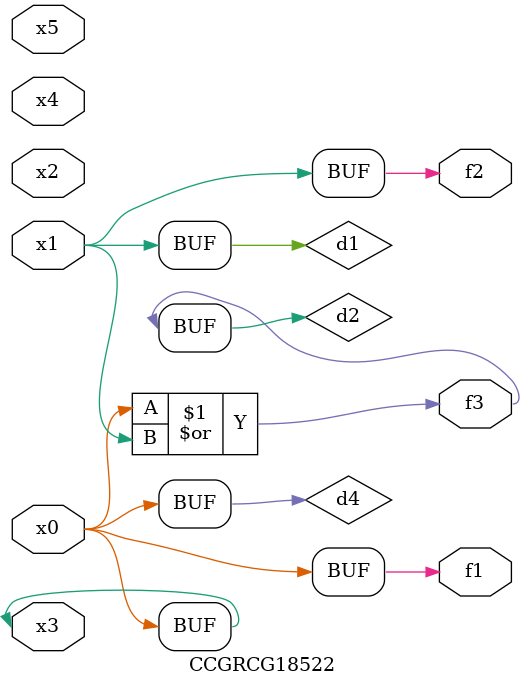
<source format=v>
module CCGRCG18522(
	input x0, x1, x2, x3, x4, x5,
	output f1, f2, f3
);

	wire d1, d2, d3, d4;

	and (d1, x1);
	or (d2, x0, x1);
	nand (d3, x0, x5);
	buf (d4, x0, x3);
	assign f1 = d4;
	assign f2 = d1;
	assign f3 = d2;
endmodule

</source>
